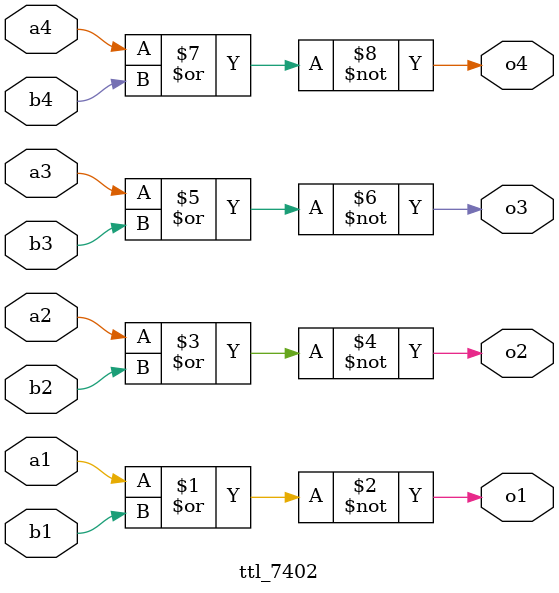
<source format=v>

module ttl_7402
(
  input a1, b1, a2, b2, a3, b3, a4, b4,
  output o1, o2, o3, o4
);

assign o1 = ~(a1 | b1);
assign o2 = ~(a2 | b2);
assign o3 = ~(a3 | b3);
assign o4 = ~(a4 | b4);

endmodule

</source>
